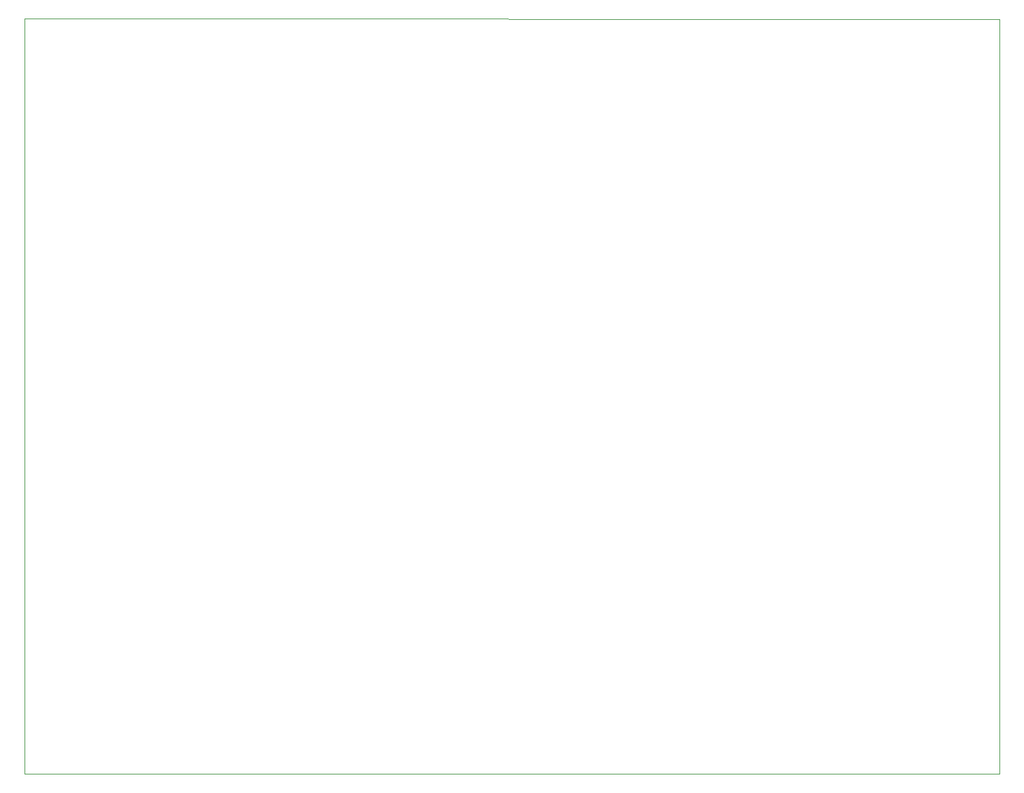
<source format=gbr>
%TF.GenerationSoftware,KiCad,Pcbnew,(6.0.0)*%
%TF.CreationDate,2022-02-13T17:17:33+01:00*%
%TF.ProjectId,SynthBaby8,53796e74-6842-4616-9279-382e6b696361,rev?*%
%TF.SameCoordinates,Original*%
%TF.FileFunction,Profile,NP*%
%FSLAX46Y46*%
G04 Gerber Fmt 4.6, Leading zero omitted, Abs format (unit mm)*
G04 Created by KiCad (PCBNEW (6.0.0)) date 2022-02-13 17:17:33*
%MOMM*%
%LPD*%
G01*
G04 APERTURE LIST*
%TA.AperFunction,Profile*%
%ADD10C,0.050000*%
%TD*%
G04 APERTURE END LIST*
D10*
X50794920Y-147299680D02*
X50789840Y-50810160D01*
X175270160Y-50855880D02*
X175280320Y-147335240D01*
X50789840Y-50810160D02*
X175270160Y-50855880D01*
X175280320Y-147335240D02*
X50794920Y-147299680D01*
M02*

</source>
